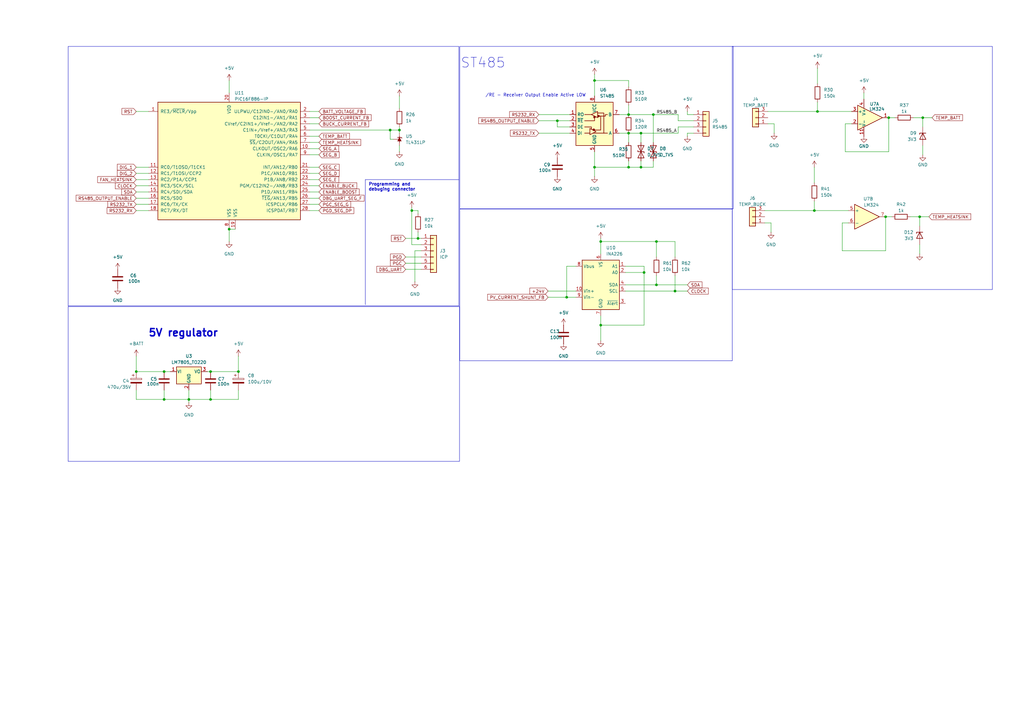
<source format=kicad_sch>
(kicad_sch (version 20231120) (generator "eeschema") (generator_version "8.0")
  (paper "A3")
  (junction (at 246.38 133.35))
  (junction (at 269.24 116.84))
  (junction (at 97.79 152.4))
  (junction (at 55.88 152.4))
  (junction (at 363.22 88.9))
  (junction (at 257.81 46.99))
  (junction (at 264.16 111.76))
  (junction (at 168.91 86.36))
  (junction (at 378.46 48.26))
  (junction (at 523.24 116.84))
  (junction (at 262.89 68.58))
  (junction (at 267.97 46.99))
  (junction (at 86.36 163.83))
  (junction (at 163.83 53.34))
  (junction (at 486.41 46.99))
  (junction (at 262.89 54.61))
  (junction (at 67.31 163.83))
  (junction (at 269.24 99.06))
  (junction (at 243.84 68.58))
  (junction (at 257.81 68.58))
  (junction (at 364.49 48.26))
  (junction (at 276.86 119.38))
  (junction (at 335.28 45.72))
  (junction (at 160.02 53.34))
  (junction (at 86.36 152.4))
  (junction (at 257.81 54.61))
  (junction (at 232.41 121.92))
  (junction (at 77.47 163.83))
  (junction (at 93.98 93.98))
  (junction (at 243.84 33.02))
  (junction (at 67.31 152.4))
  (junction (at 334.01 86.36))
  (junction (at 476.25 115.57))
  (junction (at 377.19 88.9))
  (junction (at 228.6 49.53))
  (junction (at 246.38 99.06))
  (junction (at 171.45 97.79))
  (wire (pts (xy 514.35 160.02) (xy 515.62 160.02)))
  (wire (pts (xy 262.89 54.61) (xy 278.13 54.61)))
  (wire (pts (xy 523.24 113.03) (xy 523.24 116.84)))
  (wire (pts (xy 163.83 59.69) (xy 163.83 62.23)))
  (wire (pts (xy 246.38 99.06) (xy 246.38 104.14)))
  (wire (pts (xy 314.96 45.72) (xy 335.28 45.72)))
  (wire (pts (xy 510.54 198.12) (xy 511.81 198.12)))
  (wire (pts (xy 346.71 62.23) (xy 364.49 62.23)))
  (wire (pts (xy 85.09 152.4) (xy 86.36 152.4)))
  (wire (pts (xy 519.43 191.77) (xy 519.43 193.04)))
  (wire (pts (xy 523.24 116.84) (xy 532.13 116.84)))
  (wire (pts (xy 262.89 68.58) (xy 257.81 68.58)))
  (wire (pts (xy 381 88.9) (xy 377.19 88.9)))
  (wire (pts (xy 284.48 52.07) (xy 278.13 52.07)))
  (wire (pts (xy 462.28 196.85) (xy 463.55 196.85)))
  (wire (pts (xy 377.19 104.14) (xy 377.19 100.33)))
  (wire (pts (xy 246.38 99.06) (xy 269.24 99.06)))
  (wire (pts (xy 86.36 163.83) (xy 86.36 160.02)))
  (wire (pts (xy 55.88 163.83) (xy 55.88 160.02)))
  (wire (pts (xy 495.3 58.42) (xy 495.3 60.96)))
  (wire (pts (xy 346.71 50.8) (xy 349.25 50.8)))
  (wire (pts (xy 485.14 127) (xy 485.14 129.54)))
  (wire (pts (xy 345.44 91.44) (xy 347.98 91.44)))
  (wire (pts (xy 506.73 144.78) (xy 508 144.78)))
  (wire (pts (xy 281.94 46.99) (xy 281.94 45.72)))
  (wire (pts (xy 243.84 30.48) (xy 243.84 33.02)))
  (wire (pts (xy 127 76.2) (xy 130.81 76.2)))
  (wire (pts (xy 496.57 144.78) (xy 499.11 144.78)))
  (wire (pts (xy 278.13 52.07) (xy 278.13 54.61)))
  (wire (pts (xy 166.37 107.95) (xy 172.72 107.95)))
  (wire (pts (xy 77.47 163.83) (xy 77.47 165.1)))
  (wire (pts (xy 334.01 68.58) (xy 334.01 74.93)))
  (wire (pts (xy 468.63 127) (xy 468.63 128.27)))
  (wire (pts (xy 236.22 109.22) (xy 232.41 109.22)))
  (wire (pts (xy 171.45 95.25) (xy 171.45 97.79)))
  (wire (pts (xy 228.6 49.53) (xy 233.68 49.53)))
  (wire (pts (xy 363.22 88.9) (xy 365.76 88.9)))
  (wire (pts (xy 171.45 87.63) (xy 171.45 86.36)))
  (wire (pts (xy 55.88 81.28) (xy 60.96 81.28)))
  (wire (pts (xy 476.25 111.76) (xy 476.25 115.57)))
  (wire (pts (xy 532.13 128.27) (xy 532.13 130.81)))
  (wire (pts (xy 97.79 146.05) (xy 97.79 152.4)))
  (wire (pts (xy 519.43 210.82) (xy 519.43 212.09)))
  (wire (pts (xy 477.52 90.17) (xy 478.79 90.17)))
  (wire (pts (xy 469.9 74.93) (xy 471.17 74.93)))
  (wire (pts (xy 86.36 163.83) (xy 97.79 163.83)))
  (wire (pts (xy 364.49 62.23) (xy 364.49 48.26)))
  (wire (pts (xy 276.86 119.38) (xy 281.94 119.38)))
  (wire (pts (xy 317.5 50.8) (xy 317.5 54.61)))
  (wire (pts (xy 459.74 74.93) (xy 462.28 74.93)))
  (wire (pts (xy 97.79 163.83) (xy 97.79 160.02)))
  (wire (pts (xy 172.72 102.87) (xy 170.18 102.87)))
  (wire (pts (xy 257.81 54.61) (xy 262.89 54.61)))
  (wire (pts (xy 515.62 128.27) (xy 515.62 129.54)))
  (wire (pts (xy 220.98 46.99) (xy 233.68 46.99)))
  (wire (pts (xy 55.88 76.2) (xy 60.96 76.2)))
  (wire (pts (xy 55.88 68.58) (xy 60.96 68.58)))
  (wire (pts (xy 354.33 38.1) (xy 354.33 40.64)))
  (wire (pts (xy 281.94 55.88) (xy 281.94 54.61)))
  (wire (pts (xy 476.25 158.75) (xy 477.52 158.75)))
  (wire (pts (xy 281.94 54.61) (xy 284.48 54.61)))
  (wire (pts (xy 276.86 99.06) (xy 276.86 105.41)))
  (wire (pts (xy 485.14 137.16) (xy 485.14 153.67)))
  (wire (pts (xy 316.23 91.44) (xy 316.23 95.25)))
  (wire (pts (xy 246.38 133.35) (xy 246.38 139.7)))
  (wire (pts (xy 127 50.8) (xy 130.81 50.8)))
  (wire (pts (xy 93.98 93.98) (xy 93.98 99.06)))
  (wire (pts (xy 93.98 93.98) (xy 96.52 93.98)))
  (wire (pts (xy 459.74 143.51) (xy 461.01 143.51)))
  (wire (pts (xy 515.62 137.16) (xy 515.62 139.7)))
  (wire (pts (xy 163.83 53.34) (xy 163.83 54.61)))
  (wire (pts (xy 373.38 88.9) (xy 377.19 88.9)))
  (wire (pts (xy 256.54 119.38) (xy 276.86 119.38)))
  (wire (pts (xy 220.98 54.61) (xy 233.68 54.61)))
  (wire (pts (xy 495.3 68.58) (xy 495.3 85.09)))
  (wire (pts (xy 515.62 116.84) (xy 515.62 120.65)))
  (wire (pts (xy 519.43 219.71) (xy 519.43 220.98)))
  (wire (pts (xy 69.85 152.4) (xy 67.31 152.4)))
  (wire (pts (xy 163.83 52.07) (xy 163.83 53.34)))
  (wire (pts (xy 378.46 48.26) (xy 378.46 52.07)))
  (wire (pts (xy 243.84 62.23) (xy 243.84 68.58)))
  (wire (pts (xy 160.02 57.15) (xy 160.02 53.34)))
  (wire (pts (xy 161.29 57.15) (xy 160.02 57.15)))
  (wire (pts (xy 335.28 27.94) (xy 335.28 34.29)))
  (wire (pts (xy 243.84 33.02) (xy 243.84 39.37)))
  (wire (pts (xy 313.69 86.36) (xy 334.01 86.36)))
  (wire (pts (xy 130.81 81.28) (xy 127 81.28)))
  (wire (pts (xy 314.96 50.8) (xy 317.5 50.8)))
  (wire (pts (xy 55.88 73.66) (xy 60.96 73.66)))
  (wire (pts (xy 168.91 85.09) (xy 168.91 86.36)))
  (wire (pts (xy 166.37 110.49) (xy 172.72 110.49)))
  (wire (pts (xy 256.54 111.76) (xy 264.16 111.76)))
  (wire (pts (xy 55.88 78.74) (xy 60.96 78.74)))
  (wire (pts (xy 130.81 60.96) (xy 127 60.96)))
  (wire (pts (xy 170.18 102.87) (xy 170.18 115.57)))
  (wire (pts (xy 130.81 78.74) (xy 127 78.74)))
  (wire (pts (xy 228.6 52.07) (xy 228.6 49.53)))
  (wire (pts (xy 246.38 133.35) (xy 264.16 133.35)))
  (wire (pts (xy 267.97 68.58) (xy 262.89 68.58)))
  (wire (pts (xy 335.28 45.72) (xy 335.28 41.91)))
  (wire (pts (xy 257.81 68.58) (xy 243.84 68.58)))
  (wire (pts (xy 130.81 86.36) (xy 127 86.36)))
  (wire (pts (xy 262.89 66.04) (xy 262.89 68.58)))
  (wire (pts (xy 349.25 45.72) (xy 335.28 45.72)))
  (wire (pts (xy 86.36 152.4) (xy 97.79 152.4)))
  (wire (pts (xy 160.02 53.34) (xy 163.83 53.34)))
  (wire (pts (xy 480.06 201.93) (xy 480.06 203.2)))
  (wire (pts (xy 486.41 43.18) (xy 486.41 46.99)))
  (wire (pts (xy 480.06 210.82) (xy 480.06 212.09)))
  (wire (pts (xy 347.98 86.36) (xy 334.01 86.36)))
  (wire (pts (xy 257.81 54.61) (xy 257.81 58.42)))
  (wire (pts (xy 77.47 163.83) (xy 86.36 163.83)))
  (wire (pts (xy 257.81 33.02) (xy 243.84 33.02)))
  (wire (pts (xy 257.81 46.99) (xy 267.97 46.99)))
  (wire (pts (xy 220.98 49.53) (xy 228.6 49.53)))
  (wire (pts (xy 364.49 48.26) (xy 367.03 48.26)))
  (wire (pts (xy 55.88 71.12) (xy 60.96 71.12)))
  (wire (pts (xy 67.31 152.4) (xy 55.88 152.4)))
  (wire (pts (xy 478.79 58.42) (xy 478.79 59.69)))
  (wire (pts (xy 264.16 111.76) (xy 264.16 109.22)))
  (wire (pts (xy 523.24 160.02) (xy 524.51 160.02)))
  (wire (pts (xy 345.44 91.44) (xy 345.44 102.87)))
  (wire (pts (xy 67.31 163.83) (xy 77.47 163.83)))
  (wire (pts (xy 55.88 45.72) (xy 60.96 45.72)))
  (wire (pts (xy 468.63 115.57) (xy 476.25 115.57)))
  (wire (pts (xy 374.65 48.26) (xy 378.46 48.26)))
  (wire (pts (xy 478.79 46.99) (xy 486.41 46.99)))
  (wire (pts (xy 284.48 49.53) (xy 278.13 49.53)))
  (wire (pts (xy 130.81 73.66) (xy 127 73.66)))
  (wire (pts (xy 267.97 66.04) (xy 267.97 68.58)))
  (wire (pts (xy 224.79 121.92) (xy 232.41 121.92)))
  (wire (pts (xy 264.16 133.35) (xy 264.16 111.76)))
  (wire (pts (xy 233.68 52.07) (xy 228.6 52.07)))
  (wire (pts (xy 257.81 35.56) (xy 257.81 33.02)))
  (wire (pts (xy 130.81 83.82) (xy 127 83.82)))
  (wire (pts (xy 468.63 135.89) (xy 468.63 138.43)))
  (wire (pts (xy 267.97 46.99) (xy 278.13 46.99)))
  (wire (pts (xy 313.69 91.44) (xy 316.23 91.44)))
  (wire (pts (xy 480.06 219.71) (xy 480.06 220.98)))
  (wire (pts (xy 532.13 116.84) (xy 532.13 120.65)))
  (wire (pts (xy 468.63 115.57) (xy 468.63 119.38)))
  (wire (pts (xy 130.81 58.42) (xy 127 58.42)))
  (wire (pts (xy 278.13 49.53) (xy 278.13 46.99)))
  (wire (pts (xy 67.31 163.83) (xy 55.88 163.83)))
  (wire (pts (xy 172.72 100.33) (xy 168.91 100.33)))
  (wire (pts (xy 486.41 46.99) (xy 495.3 46.99)))
  (wire (pts (xy 224.79 119.38) (xy 236.22 119.38)))
  (wire (pts (xy 130.81 71.12) (xy 127 71.12)))
  (wire (pts (xy 168.91 86.36) (xy 171.45 86.36)))
  (wire (pts (xy 495.3 46.99) (xy 495.3 50.8)))
  (wire (pts (xy 256.54 116.84) (xy 269.24 116.84)))
  (wire (pts (xy 127 53.34) (xy 160.02 53.34)))
  (wire (pts (xy 334.01 86.36) (xy 334.01 82.55)))
  (wire (pts (xy 476.25 115.57) (xy 485.14 115.57)))
  (wire (pts (xy 269.24 99.06) (xy 269.24 105.41)))
  (polyline (pts (xy 149.86 73.66) (xy 149.86 124.968)))
  (wire (pts (xy 264.16 109.22) (xy 256.54 109.22)))
  (wire (pts (xy 130.81 68.58) (xy 127 68.58)))
  (wire (pts (xy 262.89 54.61) (xy 262.89 58.42)))
  (wire (pts (xy 478.79 46.99) (xy 478.79 50.8)))
  (wire (pts (xy 471.17 196.85) (xy 472.44 196.85)))
  (wire (pts (xy 171.45 97.79) (xy 172.72 97.79)))
  (wire (pts (xy 382.27 48.26) (xy 378.46 48.26)))
  (wire (pts (xy 269.24 99.06) (xy 276.86 99.06)))
  (wire (pts (xy 166.37 105.41) (xy 172.72 105.41)))
  (wire (pts (xy 55.88 146.05) (xy 55.88 152.4)))
  (wire (pts (xy 55.88 83.82) (xy 60.96 83.82)))
  (wire (pts (xy 67.31 160.02) (xy 67.31 163.83)))
  (wire (pts (xy 254 54.61) (xy 257.81 54.61)))
  (wire (pts (xy 130.81 63.5) (xy 127 63.5)))
  (wire (pts (xy 257.81 66.04) (xy 257.81 68.58)))
  (wire (pts (xy 485.14 115.57) (xy 485.14 119.38)))
  (wire (pts (xy 532.13 138.43) (xy 532.13 154.94)))
  (wire (pts (xy 254 46.99) (xy 257.81 46.99)))
  (wire (pts (xy 449.58 143.51) (xy 452.12 143.51)))
  (wire (pts (xy 168.91 86.36) (xy 168.91 100.33)))
  (wire (pts (xy 77.47 160.02) (xy 77.47 163.83)))
  (wire (pts (xy 166.37 97.79) (xy 171.45 97.79)))
  (wire (pts (xy 363.22 102.87) (xy 363.22 88.9)))
  (wire (pts (xy 346.71 50.8) (xy 346.71 62.23)))
  (wire (pts (xy 246.38 129.54) (xy 246.38 133.35)))
  (wire (pts (xy 127 55.88) (xy 130.81 55.88)))
  (wire (pts (xy 501.65 198.12) (xy 502.92 198.12)))
  (wire (pts (xy 267.97 46.99) (xy 267.97 58.42)))
  (wire (pts (xy 269.24 113.03) (xy 269.24 116.84)))
  (wire (pts (xy 478.79 67.31) (xy 478.79 69.85)))
  (wire (pts (xy 127 48.26) (xy 130.81 48.26)))
  (wire (pts (xy 257.81 43.18) (xy 257.81 46.99)))
  (wire (pts (xy 377.19 88.9) (xy 377.19 92.71)))
  (wire (pts (xy 345.44 102.87) (xy 363.22 102.87)))
  (wire (pts (xy 378.46 63.5) (xy 378.46 59.69)))
  (wire (pts (xy 232.41 121.92) (xy 236.22 121.92)))
  (wire (pts (xy 467.36 158.75) (xy 468.63 158.75)))
  (wire (pts (xy 276.86 113.03) (xy 276.86 119.38)))
  (wire (pts (xy 163.83 39.37) (xy 163.83 44.45)))
  (wire (pts (xy 243.84 68.58) (xy 243.84 72.39)))
  (wire (pts (xy 486.41 90.17) (xy 487.68 90.17)))
  (wire (pts (xy 232.41 109.22) (xy 232.41 121.92)))
  (wire (pts (xy 55.88 86.36) (xy 60.96 86.36)))
  (wire (pts (xy 269.24 116.84) (xy 281.94 116.84)))
  (wire (pts (xy 93.98 33.02) (xy 93.98 38.1)))
  (wire (pts (xy 246.38 97.79) (xy 246.38 99.06)))
  (polyline (pts (xy 188.214 73.66) (xy 149.86 73.66)))
  (wire (pts (xy 515.62 116.84) (xy 523.24 116.84)))
  (wire (pts (xy 127 45.72) (xy 130.81 45.72)))
  (wire (pts (xy 284.48 46.99) (xy 281.94 46.99)))
  (rectangle (start 432.435 34.925) (end 507.365 102.235))
  (rectangle (start 27.94 19.05) (end 188.214 125.476))
  (rectangle (start 188.595 19.05) (end 300.736 85.598))
  (rectangle (start 433.07 179.07) (end 546.1 232.41))
  (rectangle (start 27.94 125.73) (end 188.468 189.23))
  (rectangle (start 300.355 19.05) (end 407.035 118.745))
  (rectangle (start 432.816 102.108) (end 545.846 178.816))
  (rectangle (start 188.595 85.725) (end 300.355 147.955))
  (text "5V regulator" (at 75.184 136.652 0) (effects (font (size 3 3) (thickness 0.6) (bold yes))))
  (text "STATUS DIODES" (at 452.628 107.188 0) (effects (font (size 3 3))))
  (text "TX/RX RS485 DIODES" (at 451.104 183.642 0) (effects (font (size 2 2) (thickness 0.4) (bold yes))))
  (text "Programming and\ndebuging connector" (at 151.13 76.708 0) (effects (font (size 1.27 1.27) (bold yes)) (justify left)))
  (text "BUCK/BOOST\nENABLE DIODES" (at 432.816 53.086 0) (effects (font (size 2 2) (thickness 0.4) (bold yes)) (justify left)))
  (text "/RE - Receiver Output Enable Active LOW" (at 219.71 39.116 0) (effects (font (size 1.27 1.27))))
  (text "ST485" (at 198.12 25.908 0) (effects (font (size 4 4))))
  (label "RS485_B" (at 269.24 46.99 0))
  (label "RS485_A" (at 269.24 54.61 0))
  (global_label "RS232_TX" (shape input) (at 55.88 83.82 180) (property "Intersheetrefs" "${INTERSHEET_REFS}" (effects (hide yes))))
  (global_label "RS485_OUTPUT_ENABLE" (shape input) (at 55.88 81.28 180) (property "Intersheetrefs" "${INTERSHEET_REFS}" (effects (hide yes))))
  (global_label "RS232_RX" (shape input) (at 55.88 86.36 180) (property "Intersheetrefs" "${INTERSHEET_REFS}" (effects (hide yes))))
  (global_label "SEG_E" (shape input) (at 130.81 73.66 0) (property "Intersheetrefs" "${INTERSHEET_REFS}" (effects (hide yes))))
  (global_label "TEMP_BATT" (shape input) (at 382.27 48.26 0) (property "Intersheetrefs" "${INTERSHEET_REFS}" (effects (hide yes))))
  (global_label "RS232_TX" (shape input) (at 220.98 54.61 180) (property "Intersheetrefs" "${INTERSHEET_REFS}" (effects (hide yes))))
  (global_label "DBG_UART" (shape input) (at 166.37 110.49 180) (property "Intersheetrefs" "${INTERSHEET_REFS}" (effects (hide yes))))
  (global_label "+24V" (shape input) (at 224.79 119.38 180) (property "Intersheetrefs" "${INTERSHEET_REFS}" (effects (hide yes))))
  (global_label "PV_CURRENT_SHUNT_FB" (shape input) (at 224.79 121.92 180) (property "Intersheetrefs" "${INTERSHEET_REFS}" (effects (hide yes))))
  (global_label "ENABLE_BOOST" (shape input) (at 130.81 78.74 0) (property "Intersheetrefs" "${INTERSHEET_REFS}" (effects (hide yes))))
  (global_label "PGC" (shape input) (at 496.57 144.78 180) (property "Intersheetrefs" "${INTERSHEET_REFS}" (effects (hide yes))))
  (global_label "RS485_OUTPUT_ENABLE" (shape input) (at 220.98 49.53 180) (property "Intersheetrefs" "${INTERSHEET_REFS}" (effects (hide yes))))
  (global_label "PGC_SEG_G" (shape input) (at 130.81 83.82 0) (property "Intersheetrefs" "${INTERSHEET_REFS}" (effects (hide yes))))
  (global_label "DBG_UART" (shape input) (at 449.58 143.51 180) (property "Intersheetrefs" "${INTERSHEET_REFS}" (effects (hide yes))))
  (global_label "SEG_B" (shape input) (at 130.81 63.5 0) (property "Intersheetrefs" "${INTERSHEET_REFS}" (effects (hide yes))))
  (global_label "RST" (shape input) (at 166.37 97.79 180) (property "Intersheetrefs" "${INTERSHEET_REFS}" (effects (hide yes))))
  (global_label "SEG_C" (shape input) (at 130.81 68.58 0) (property "Intersheetrefs" "${INTERSHEET_REFS}" (effects (hide yes))))
  (global_label "FAN_HEATSINK" (shape input) (at 55.88 73.66 180) (property "Intersheetrefs" "${INTERSHEET_REFS}" (effects (hide yes))))
  (global_label "ENABLE_BUCK" (shape input) (at 477.52 90.17 180) (property "Intersheetrefs" "${INTERSHEET_REFS}" (effects (hide yes))))
  (global_label "TEMP_BATT" (shape input) (at 130.81 55.88 0) (property "Intersheetrefs" "${INTERSHEET_REFS}" (effects (hide yes))))
  (global_label "SEG_D" (shape input) (at 130.81 71.12 0) (property "Intersheetrefs" "${INTERSHEET_REFS}" (effects (hide yes))))
  (global_label "DIG_2" (shape input) (at 55.88 71.12 180) (property "Intersheetrefs" "${INTERSHEET_REFS}" (effects (hide yes))))
  (global_label "SDA" (shape input) (at 55.88 78.74 180) (property "Intersheetrefs" "${INTERSHEET_REFS}" (effects (hide yes))))
  (global_label "CLOCK" (shape input) (at 55.88 76.2 180) (property "Intersheetrefs" "${INTERSHEET_REFS}" (effects (hide yes))))
  (global_label "SEG_A" (shape input) (at 130.81 60.96 0) (property "Intersheetrefs" "${INTERSHEET_REFS}" (effects (hide yes))))
  (global_label "BOOST_CURRENT_FB" (shape input) (at 130.81 48.26 0) (property "Intersheetrefs" "${INTERSHEET_REFS}" (effects (hide yes))))
  (global_label "ENABLE_BUCK" (shape input) (at 130.81 76.2 0) (property "Intersheetrefs" "${INTERSHEET_REFS}" (effects (hide yes))))
  (global_label "PGD_SEG_DP" (shape input) (at 130.81 86.36 0) (property "Intersheetrefs" "${INTERSHEET_REFS}" (effects (hide yes))))
  (global_label "PGC" (shape input) (at 166.37 107.95 180) (property "Intersheetrefs" "${INTERSHEET_REFS}" (effects (hide yes))))
  (global_label "DBG_UART_SEG_F" (shape input) (at 130.81 81.28 0) (property "Intersheetrefs" "${INTERSHEET_REFS}" (effects (hide yes))))
  (global_label "PGD" (shape input) (at 514.35 160.02 180) (property "Intersheetrefs" "${INTERSHEET_REFS}" (effects (hide yes))))
  (global_label "BUCK_CURRENT_FB" (shape input) (at 130.81 50.8 0) (property "Intersheetrefs" "${INTERSHEET_REFS}" (effects (hide yes))))
  (global_label "CLOCK" (shape input) (at 281.94 119.38 0) (property "Intersheetrefs" "${INTERSHEET_REFS}" (effects (hide yes))))
  (global_label "DIG_1" (shape input) (at 55.88 68.58 180) (property "Intersheetrefs" "${INTERSHEET_REFS}" (effects (hide yes))))
  (global_label "PGD" (shape input) (at 166.37 105.41 180) (property "Intersheetrefs" "${INTERSHEET_REFS}" (effects (hide yes))))
  (global_label "ENABLE_BOOST" (shape input) (at 459.74 74.93 180) (property "Intersheetrefs" "${INTERSHEET_REFS}" (effects (hide yes))))
  (global_label "TEMP_HEATSINK" (shape input) (at 381 88.9 0) (property "Intersheetrefs" "${INTERSHEET_REFS}" (effects (hide yes))))
  (global_label "TEMP_HEATSINK" (shape input) (at 130.81 58.42 0) (property "Intersheetrefs" "${INTERSHEET_REFS}" (effects (hide yes))))
  (global_label "BATT_VOLTAGE_FB" (shape input) (at 130.81 45.72 0) (property "Intersheetrefs" "${INTERSHEET_REFS}" (effects (hide yes))))
  (global_label "RS232_RX" (shape input) (at 220.98 46.99 180) (property "Intersheetrefs" "${INTERSHEET_REFS}" (effects (hide yes))))
  (global_label "SDA" (shape input) (at 281.94 116.84 0) (property "Intersheetrefs" "${INTERSHEET_REFS}" (effects (hide yes))))
  (global_label "RS232_RX" (shape input) (at 462.28 196.85 180) (property "Intersheetrefs" "${INTERSHEET_REFS}" (effects (hide yes))))
  (global_label "RST" (shape input) (at 55.88 45.72 180) (property "Intersheetrefs" "${INTERSHEET_REFS}" (effects (hide yes))))
  (global_label "RS232_TX" (shape input) (at 501.65 198.12 180) (property "Intersheetrefs" "${INTERSHEET_REFS}" (effects (hide yes))))
  (symbol (lib_id "power:+5V") (at 168.91 85.09 0) (unit 1)
    (property "Reference" "#PWR017" (effects (hide yes)))
    (property "Value" "+5V" (at 168.91 80.01 0))
    (property "Description" "Power symbol creates a global label with name \"+5V\"" (effects (hide yes)))
  )
  (symbol (lib_id "Device:C") (at 231.14 137.16 0) (unit 1)
    (property "Reference" "C13" (at 225.552 135.89 0) (effects (justify left)))
    (property "Value" "100n" (at 225.552 138.43 0) (effects (justify left)))
    (property "Footprint" "Resistor_SMD:R_0805_2012Metric_Pad1.20x1.40mm_HandSolder" (effects (hide yes)))
    (property "Description" "Unpolarized capacitor" (effects (hide yes)))
  )
  (symbol (lib_id "Interface_UART:ST485EBDR") (at 243.84 49.53 0) (unit 1)
    (property "Reference" "U6" (at 246.0341 36.83 0) (effects (justify left)))
    (property "Value" "ST485" (at 246.0341 39.37 0) (effects (justify left)))
    (property "Footprint" "Package_SO:SOIC-8_3.9x4.9mm_P1.27mm" (effects (hide yes)))
    (property "Datasheet" "http://www.st.com/resource/en/datasheet/st485eb.pdf" (effects (hide yes)))
    (property "Description" "Half duplex RS-485/RS-422, 5 Mbps, ±15kV electro-static discharge (ESD) protection, no slew-rate, with low-power shutdown, with receiver/driver enable, 256 transceiver on the bus - 40 to 85 °C, SOIC-8" (effects (hide yes)))
  )
  (symbol (lib_id "power:GND") (at 243.84 72.39 0) (unit 1)
    (property "Reference" "#PWR027" (effects (hide yes)))
    (property "Value" "GND" (at 243.84 77.47 0))
    (property "Description" "Power symbol creates a global label with name \"GND\" , ground" (effects (hide yes)))
  )
  (symbol (lib_id "Regulator_Linear:LM7805_TO220") (at 77.47 152.4 0) (unit 1)
    (property "Reference" "U3" (at 77.47 146.05 0))
    (property "Value" "LM7805_TO220" (at 77.47 148.59 0))
    (property "Footprint" "Package_TO_SOT_THT:TO-220-3_Vertical" (effects (hide yes)))
    (property "Datasheet" "https://www.onsemi.cn/PowerSolutions/document/MC7800-D.PDF" (effects (hide yes)))
    (property "Description" "Positive 1A 35V Linear Regulator, Fixed Output 5V, TO-220" (effects (hide yes)))
  )
  (symbol (lib_id "Connector_Generic:Conn_01x04") (at 289.56 49.53 0) (unit 1)
    (property "Reference" "J5" (at 292.1 49.5299 0) (effects (justify left)))
    (property "Value" "RS485" (at 292.1 52.0699 0) (effects (justify left)))
    (property "Footprint" "Connector_PinHeader_2.54mm:PinHeader_1x04_P2.54mm_Vertical" (effects (hide yes)))
    (property "Description" "Generic connector, single row, 01x04, script generated (kicad-library-utils/schlib/autogen/connector/)" (effects (hide yes)))
  )
  (symbol (lib_id "power:+5V") (at 48.26 110.49 0) (unit 1)
    (property "Reference" "#PWR010" (effects (hide yes)))
    (property "Value" "+5V" (at 48.26 105.41 0))
    (property "Description" "Power symbol creates a global label with name \"+5V\"" (effects (hide yes)))
  )
  (symbol (lib_id "Amplifier_Operational:LM324") (at 356.87 48.26 0) (unit 5)
    (property "Reference" "U7" (effects (hide yes)))
    (property "Value" "LM324" (effects (hide yes)))
    (property "Footprint" "Package_SO:SOIC-14_3.9x8.7mm_P1.27mm" (effects (hide yes)))
    (property "Datasheet" "http://www.ti.com/lit/ds/symlink/lm2902-n.pdf" (effects (hide yes)))
    (property "Description" "Low-Power, Quad-Operational Amplifiers, DIP-14/SOIC-14/SSOP-14" (effects (hide yes)))
  )
  (symbol (lib_id "Device:R") (at 502.92 144.78 270) (unit 1)
    (property "Reference" "R36" (at 504.698 147.066 90) (effects (justify right)))
    (property "Value" "10K" (at 504.952 148.844 90) (effects (justify right)))
    (property "Footprint" "Resistor_SMD:R_0805_2012Metric_Pad1.20x1.40mm_HandSolder" (effects (hide yes)))
    (property "Description" "Resistor" (effects (hide yes)))
  )
  (symbol (lib_id "Connector_Generic:Conn_01x03") (at 309.88 48.26 180) (unit 1)
    (property "Reference" "J4" (at 309.88 40.64 0))
    (property "Value" "TEMP_BATT" (at 309.88 43.18 0))
    (property "Footprint" "Connector_JST:JST_EH_B3B-EH-A_1x03_P2.50mm_Vertical" (effects (hide yes)))
    (property "Description" "Generic connector, single row, 01x03, script generated (kicad-library-utils/schlib/autogen/connector/)" (effects (hide yes)))
  )
  (symbol (lib_id "power:GND") (at 163.83 62.23 0) (unit 1)
    (property "Reference" "#PWR016" (effects (hide yes)))
    (property "Value" "GND" (at 163.83 67.31 0))
    (property "Description" "Power symbol creates a global label with name \"GND\" , ground" (effects (hide yes)))
  )
  (symbol (lib_id "Device:R") (at 163.83 48.26 180) (unit 1)
    (property "Reference" "R26" (at 166.37 46.9899 0) (effects (justify right)))
    (property "Value" "1k" (at 166.37 49.5299 0) (effects (justify right)))
    (property "Footprint" "Resistor_SMD:R_0805_2012Metric" (effects (hide yes)))
    (property "Description" "Resistor" (effects (hide yes)))
  )
  (symbol (lib_id "Device:R") (at 466.09 74.93 270) (unit 1)
    (property "Reference" "R69" (at 467.868 77.216 90) (effects (justify right)))
    (property "Value" "10K" (at 468.122 78.994 90) (effects (justify right)))
    (property "Footprint" "Resistor_SMD:R_0805_2012Metric_Pad1.20x1.40mm_HandSolder" (effects (hide yes)))
    (property "Description" "Resistor" (effects (hide yes)))
  )
  (symbol (lib_id "power:+5V") (at 519.43 191.77 0) (unit 1)
    (property "Reference" "#PWR056" (effects (hide yes)))
    (property "Value" "+5V" (at 519.43 186.69 0))
    (property "Description" "Power symbol creates a global label with name \"+5V\"" (effects (hide yes)))
  )
  (symbol (lib_id "power:GND") (at 532.13 165.1 0) (unit 1)
    (property "Reference" "#PWR035" (effects (hide yes)))
    (property "Value" "GND" (at 532.13 170.18 0))
    (property "Description" "Power symbol creates a global label with name \"GND\" , ground" (effects (hide yes)))
  )
  (symbol (lib_id "Transistor_BJT:BC817") (at 513.08 144.78 0) (unit 1)
    (property "Reference" "Q7" (at 509.016 138.938 0) (effects (justify left)))
    (property "Value" "BC817" (at 506.73 141.224 0) (effects (justify left)))
    (property "Footprint" "Package_TO_SOT_SMD:SOT-23" (effects (hide yes)))
    (property "Datasheet" "http://www.fairchildsemi.com/ds/BC/BC817.pdf" (effects (hide yes)))
  )
  (symbol (lib_id "Device:C_Polarized") (at 55.88 156.21 0) (unit 1)
    (property "Reference" "C4" (at 50.292 156.21 0) (effects (justify left)))
    (property "Value" "470u/35V" (at 43.942 158.75 0) (effects (justify left)))
    (property "Description" "Polarized capacitor" (effects (hide yes)))
  )
  (symbol (lib_id "Device:R") (at 472.44 158.75 270) (unit 1)
    (property "Reference" "R31" (at 474.218 160.782 90) (effects (justify right)))
    (property "Value" "10K" (at 474.472 162.814 90) (effects (justify right)))
    (property "Footprint" "Resistor_SMD:R_0805_2012Metric_Pad1.20x1.40mm_HandSolder" (effects (hide yes)))
    (property "Description" "Resistor" (effects (hide yes)))
  )
  (symbol (lib_id "power:+5V") (at 93.98 33.02 0) (unit 1)
    (property "Reference" "#PWR012" (effects (hide yes)))
    (property "Value" "+5V" (at 93.98 27.94 0))
    (property "Description" "Power symbol creates a global label with name \"+5V\"" (effects (hide yes)))
  )
  (symbol (lib_id "power:GND") (at 515.62 149.86 0) (unit 1)
    (property "Reference" "#PWR031" (effects (hide yes)))
    (property "Value" "GND" (at 515.62 154.94 0))
    (property "Description" "Power symbol creates a global label with name \"GND\" , ground" (effects (hide yes)))
  )
  (symbol (lib_id "Device:LED") (at 495.3 54.61 270) (unit 1)
    (property "Reference" "D22" (at 497.84 51.7524 90) (effects (justify left)))
    (property "Value" "LED" (at 497.84 54.2924 90) (effects (justify left)))
    (property "Footprint" "LED_THT:LED_D5.0mm" (effects (hide yes)))
    (property "Description" "Light emitting diode" (effects (hide yes)))
  )
  (symbol (lib_id "Transistor_BJT:BC807") (at 516.89 198.12 0) (mirror x) (unit 1)
    (property "Reference" "Q16" (at 521.97 196.8499 0) (effects (justify left)))
    (property "Value" "BC807" (at 521.97 199.3899 0) (effects (justify left)))
    (property "Footprint" "Package_TO_SOT_SMD:SOT-23" (effects (hide yes)))
    (property "Datasheet" "https://www.onsemi.com/pub/Collateral/BC808-D.pdf" (effects (hide yes)))
    (property "Description" "0.8A Ic, 45V Vce, PNP Transistor, SOT-23" (effects (hide yes)))
  )
  (symbol (lib_id "power:+5V") (at 281.94 45.72 0) (unit 1)
    (property "Reference" "#PWR033" (effects (hide yes)))
    (property "Value" "+5V" (at 281.94 40.64 0))
    (property "Description" "Power symbol creates a global label with name \"+5V\"" (effects (hide yes)))
  )
  (symbol (lib_id "Device:R") (at 485.14 133.35 180) (unit 1)
    (property "Reference" "R32" (at 486.664 132.334 0) (effects (justify right)))
    (property "Value" "220R" (at 486.664 134.112 0) (effects (justify right)))
    (property "Footprint" "Resistor_SMD:R_0805_2012Metric_Pad1.20x1.40mm_HandSolder" (effects (hide yes)))
    (property "Description" "Resistor" (effects (hide yes)))
  )
  (symbol (lib_id "Device:R") (at 515.62 133.35 180) (unit 1)
    (property "Reference" "R38" (at 517.144 132.334 0) (effects (justify right)))
    (property "Value" "220R" (at 517.144 134.112 0) (effects (justify right)))
    (property "Footprint" "Resistor_SMD:R_0805_2012Metric_Pad1.20x1.40mm_HandSolder" (effects (hide yes)))
    (property "Description" "Resistor" (effects (hide yes)))
  )
  (symbol (lib_id "power:GND") (at 317.5 54.61 0) (unit 1)
    (property "Reference" "#PWR019" (effects (hide yes)))
    (property "Value" "GND" (at 317.5 59.69 0))
    (property "Description" "Power symbol creates a global label with name \"GND\" , ground" (effects (hide yes)))
  )
  (symbol (lib_id "Transistor_BJT:BC817") (at 466.09 143.51 0) (unit 1)
    (property "Reference" "Q5" (at 462.026 137.668 0) (effects (justify left)))
    (property "Value" "BC817" (at 459.74 139.954 0) (effects (justify left)))
    (property "Footprint" "Package_TO_SOT_SMD:SOT-23" (effects (hide yes)))
    (property "Datasheet" "http://www.fairchildsemi.com/ds/BC/BC817.pdf" (effects (hide yes)))
  )
  (symbol (lib_id "power:+5V") (at 354.33 38.1 0) (unit 1)
    (property "Reference" "#PWR028" (effects (hide yes)))
    (property "Value" "+5V" (at 354.33 33.02 0))
    (property "Description" "Power symbol creates a global label with name \"+5V\"" (effects (hide yes)))
  )
  (symbol (lib_id "power:+5V") (at 334.01 68.58 0) (unit 1)
    (property "Reference" "#PWR040" (effects (hide yes)))
    (property "Value" "+5V" (at 334.01 63.5 0))
    (property "Description" "Power symbol creates a global label with name \"+5V\"" (effects (hide yes)))
  )
  (symbol (lib_id "power:GND") (at 170.18 115.57 0) (unit 1)
    (property "Reference" "#PWR018" (effects (hide yes)))
    (property "Value" "GND" (at 170.18 120.65 0))
    (property "Description" "Power symbol creates a global label with name \"GND\" , ground" (effects (hide yes)))
  )
  (symbol (lib_id "Device:R") (at 455.93 143.51 270) (unit 1)
    (property "Reference" "R28" (at 457.708 145.796 90) (effects (justify right)))
    (property "Value" "10K" (at 457.962 147.574 90) (effects (justify right)))
    (property "Footprint" "Resistor_SMD:R_0805_2012Metric_Pad1.20x1.40mm_HandSolder" (effects (hide yes)))
    (property "Description" "Resistor" (effects (hide yes)))
  )
  (symbol (lib_id "power:GND") (at 48.26 118.11 0) (unit 1)
    (property "Reference" "#PWR011" (effects (hide yes)))
    (property "Value" "GND" (at 48.26 123.19 0))
    (property "Description" "Power symbol creates a global label with name \"GND\" , ground" (effects (hide yes)))
  )
  (symbol (lib_id "power:GND") (at 316.23 95.25 0) (unit 1)
    (property "Reference" "#PWR039" (effects (hide yes)))
    (property "Value" "GND" (at 316.23 100.33 0))
    (property "Description" "Power symbol creates a global label with name \"GND\" , ground" (effects (hide yes)))
  )
  (symbol (lib_id "Device:C") (at 86.36 156.21 0) (unit 1)
    (property "Reference" "C7" (at 89.408 155.448 0) (effects (justify left)))
    (property "Value" "100n" (at 89.154 157.48 0) (effects (justify left)))
    (property "Footprint" "Capacitor_SMD:C_0805_2012Metric_Pad1.18x1.45mm_HandSolder" (effects (hide yes)))
    (property "Description" "Unpolarized capacitor" (effects (hide yes)))
  )
  (symbol (lib_id "Device:LED") (at 519.43 207.01 90) (unit 1)
    (property "Reference" "D20" (at 523.24 207.3274 90) (effects (justify right)))
    (property "Value" "LED" (at 523.24 209.8674 90) (effects (justify right)))
    (property "Footprint" "LED_THT:LED_D5.0mm" (effects (hide yes)))
    (property "Description" "Light emitting diode" (effects (hide yes)))
  )
  (symbol (lib_id "Transistor_BJT:BC817") (at 529.59 160.02 0) (unit 1)
    (property "Reference" "Q8" (at 525.526 154.178 0) (effects (justify left)))
    (property "Value" "BC817" (at 523.24 156.464 0) (effects (justify left)))
    (property "Footprint" "Package_TO_SOT_SMD:SOT-23" (effects (hide yes)))
    (property "Datasheet" "http://www.fairchildsemi.com/ds/BC/BC817.pdf" (effects (hide yes)))
  )
  (symbol (lib_id "Device:D_Zener") (at 377.19 96.52 90) (mirror x) (unit 1)
    (property "Reference" "D12" (at 374.65 95.2499 90) (effects (justify left)))
    (property "Value" "3V3" (at 374.65 97.7899 90) (effects (justify left)))
    (property "Footprint" "Diode_SMD:D_MiniMELF" (effects (hide yes)))
    (property "Description" "Zener diode" (effects (hide yes)))
  )
  (symbol (lib_id "Device:D_Zener") (at 378.46 55.88 90) (mirror x) (unit 1)
    (property "Reference" "D9" (at 375.92 54.6099 90) (effects (justify left)))
    (property "Value" "3V3" (at 375.92 57.1499 90) (effects (justify left)))
    (property "Footprint" "Diode_SMD:D_MiniMELF" (effects (hide yes)))
    (property "Description" "Zener diode" (effects (hide yes)))
  )
  (symbol (lib_id "power:+5V") (at 246.38 97.79 0) (unit 1)
    (property "Reference" "#PWR049" (effects (hide yes)))
    (property "Value" "+5V" (at 246.38 92.71 0))
    (property "Description" "Power symbol creates a global label with name \"+5V\"" (effects (hide yes)))
  )
  (symbol (lib_id "Transistor_BJT:BC817") (at 492.76 90.17 0) (unit 1)
    (property "Reference" "Q18" (at 488.696 84.328 0) (effects (justify left)))
    (property "Value" "BC817" (at 486.41 86.614 0) (effects (justify left)))
    (property "Footprint" "Package_TO_SOT_SMD:SOT-23" (effects (hide yes)))
    (property "Datasheet" "http://www.fairchildsemi.com/ds/BC/BC817.pdf" (effects (hide yes)))
  )
  (symbol (lib_id "power:+5V") (at 228.6 64.77 0) (unit 1)
    (property "Reference" "#PWR022" (effects (hide yes)))
    (property "Value" "+5V" (at 228.6 59.69 0))
    (property "Description" "Power symbol creates a global label with name \"+5V\"" (effects (hide yes)))
  )
  (symbol (lib_id "Sensor_Energy:INA226") (at 246.38 116.84 0) (unit 1)
    (property "Reference" "U10" (at 248.5741 101.6 0) (effects (justify left)))
    (property "Value" "INA226" (at 248.5741 104.14 0) (effects (justify left)))
    (property "Footprint" "Package_SO:VSSOP-10_3x3mm_P0.5mm" (effects (hide yes)))
    (property "Datasheet" "http://www.ti.com/lit/ds/symlink/ina226.pdf" (effects (hide yes)))
    (property "Description" "High-Side or Low-Side Measurement, Bi-Directional Current and Power Monitor (0-36V) with I2C Compatible Interface, VSSOP-10" (effects (hide yes)))
  )
  (symbol (lib_id "Device:R") (at 257.81 39.37 0) (unit 1)
    (property "Reference" "R33" (at 260.35 38.0999 0) (effects (justify left)))
    (property "Value" "510R" (at 260.35 40.6399 0) (effects (justify left)))
    (property "Footprint" "Resistor_SMD:R_0805_2012Metric_Pad1.20x1.40mm_HandSolder" (effects (hide yes)))
    (property "Description" "Resistor" (effects (hide yes)))
  )
  (symbol (lib_id "Device:C") (at 67.31 156.21 0) (unit 1)
    (property "Reference" "C5" (at 61.722 155.448 0) (effects (justify left)))
    (property "Value" "100n" (at 60.198 157.48 0) (effects (justify left)))
    (property "Footprint" "Capacitor_SMD:C_0805_2012Metric_Pad1.18x1.45mm_HandSolder" (effects (hide yes)))
    (property "Description" "Unpolarized capacitor" (effects (hide yes)))
  )
  (symbol (lib_id "Reference_Voltage:TL431LP") (at 163.83 57.15 90) (unit 1)
    (property "Reference" "U5" (at 166.37 55.8799 90) (effects (justify right)))
    (property "Value" "TL431LP" (at 166.37 58.4199 90) (effects (justify right)))
    (property "Footprint" "Package_TO_SOT_THT:TO-92_Inline" (effects (hide yes)))
    (property "Datasheet" "http://www.ti.com/lit/ds/symlink/tl431.pdf" (effects (hide yes)))
    (property "Description" "Shunt Regulator, TO-92" (effects (hide yes)))
  )
  (symbol (lib_id "power:+BATT") (at 55.88 146.05 0) (unit 1)
    (property "Reference" "#PWR062" (effects (hide yes)))
    (property "Value" "+BATT" (at 55.88 140.97 0))
    (property "Description" "Power symbol creates a global label with name \"+BATT\"" (effects (hide yes)))
  )
  (symbol (lib_id "Device:LED") (at 532.13 124.46 270) (unit 1)
    (property "Reference" "D11" (at 534.67 121.6024 90) (effects (justify left)))
    (property "Value" "LED" (at 534.67 124.1424 90) (effects (justify left)))
    (property "Footprint" "LED_THT:LED_D5.0mm" (effects (hide yes)))
    (property "Description" "Light emitting diode" (effects (hide yes)))
  )
  (symbol (lib_id "Device:R") (at 519.43 215.9 180) (unit 1)
    (property "Reference" "R68" (at 520.954 214.884 0) (effects (justify right)))
    (property "Value" "220R" (at 520.954 216.662 0) (effects (justify right)))
    (property "Footprint" "Resistor_SMD:R_0805_2012Metric_Pad1.20x1.40mm_HandSolder" (effects (hide yes)))
    (property "Description" "Resistor" (effects (hide yes)))
  )
  (symbol (lib_id "power:GND") (at 485.14 163.83 0) (unit 1)
    (property "Reference" "#PWR025" (effects (hide yes)))
    (property "Value" "GND" (at 485.14 168.91 0))
    (property "Description" "Power symbol creates a global label with name \"GND\" , ground" (effects (hide yes)))
  )
  (symbol (lib_id "Device:R") (at 276.86 109.22 0) (unit 1)
    (property "Reference" "R62" (at 279.4 107.9499 0) (effects (justify left)))
    (property "Value" "10k" (at 279.4 110.4899 0) (effects (justify left)))
    (property "Footprint" "Resistor_SMD:R_0805_2012Metric_Pad1.20x1.40mm_HandSolder" (effects (hide yes)))
    (property "Description" "Resistor" (effects (hide yes)))
  )
  (symbol (lib_id "Device:R") (at 468.63 132.08 180) (unit 1)
    (property "Reference" "R29" (at 470.154 131.064 0) (effects (justify right)))
    (property "Value" "220R" (at 470.154 132.842 0) (effects (justify right)))
    (property "Footprint" "Resistor_SMD:R_0805_2012Metric_Pad1.20x1.40mm_HandSolder" (effects (hide yes)))
    (property "Description" "Resistor" (effects (hide yes)))
  )
  (symbol (lib_id "Device:R") (at 506.73 198.12 270) (unit 1)
    (property "Reference" "R67" (at 508.508 200.152 90) (effects (justify right)))
    (property "Value" "10K" (at 508.762 202.184 90) (effects (justify right)))
    (property "Footprint" "Resistor_SMD:R_0805_2012Metric_Pad1.20x1.40mm_HandSolder" (effects (hide yes)))
    (property "Description" "Resistor" (effects (hide yes)))
  )
  (symbol (lib_id "power:GND") (at 77.47 165.1 0) (unit 1)
    (property "Reference" "#PWR09" (effects (hide yes)))
    (property "Value" "GND" (at 77.47 170.18 0))
    (property "Description" "Power symbol creates a global label with name \"GND\" , ground" (effects (hide yes)))
  )
  (symbol (lib_id "power:GND") (at 478.79 80.01 0) (unit 1)
    (property "Reference" "#PWR058" (effects (hide yes)))
    (property "Value" "GND" (at 478.79 85.09 0))
    (property "Description" "Power symbol creates a global label with name \"GND\" , ground" (effects (hide yes)))
  )
  (symbol (lib_id "power:+5V") (at 486.41 43.18 0) (unit 1)
    (property "Reference" "#PWR059" (effects (hide yes)))
    (property "Value" "+5V" (at 486.41 38.1 0))
    (property "Description" "Power symbol creates a global label with name \"+5V\"" (effects (hide yes)))
  )
  (symbol (lib_id "power:GND") (at 480.06 220.98 0) (unit 1)
    (property "Reference" "#PWR055" (effects (hide yes)))
    (property "Value" "GND" (at 480.06 226.06 0))
    (property "Description" "Power symbol creates a global label with name \"GND\" , ground" (effects (hide yes)))
  )
  (symbol (lib_id "power:GND") (at 354.33 55.88 0) (unit 1)
    (property "Reference" "#PWR029" (effects (hide yes)))
    (property "Value" "GND" (at 354.33 59.944 0))
    (property "Description" "Power symbol creates a global label with name \"GND\" , ground" (effects (hide yes)))
  )
  (symbol (lib_id "power:GND") (at 378.46 63.5 0) (unit 1)
    (property "Reference" "#PWR030" (effects (hide yes)))
    (property "Value" "GND" (at 378.46 67.564 0))
    (property "Description" "Power symbol creates a global label with name \"GND\" , ground" (effects (hide yes)))
  )
  (symbol (lib_id "Device:R") (at 257.81 50.8 0) (unit 1)
    (property "Reference" "R34" (at 260.35 49.5299 0) (effects (justify left)))
    (property "Value" "120R" (at 260.35 52.0699 0) (effects (justify left)))
    (property "Footprint" "Resistor_SMD:R_0805_2012Metric_Pad1.20x1.40mm_HandSolder" (effects (hide yes)))
    (property "Description" "Resistor" (effects (hide yes)))
  )
  (symbol (lib_id "Device:LED") (at 515.62 124.46 270) (unit 1)
    (property "Reference" "D10" (at 518.16 121.6024 90) (effects (justify left)))
    (property "Value" "LED" (at 518.16 124.1424 90) (effects (justify left)))
    (property "Footprint" "LED_THT:LED_D5.0mm" (effects (hide yes)))
    (property "Description" "Light emitting diode" (effects (hide yes)))
  )
  (symbol (lib_id "power:GND") (at 93.98 99.06 0) (unit 1)
    (property "Reference" "#PWR013" (effects (hide yes)))
    (property "Value" "GND" (at 93.98 104.14 0))
    (property "Description" "Power symbol creates a global label with name \"GND\" , ground" (effects (hide yes)))
  )
  (symbol (lib_id "Device:R") (at 478.79 63.5 180) (unit 1)
    (property "Reference" "R70" (at 480.314 62.484 0) (effects (justify right)))
    (property "Value" "220R" (at 480.314 64.262 0) (effects (justify right)))
    (property "Footprint" "Resistor_SMD:R_0805_2012Metric_Pad1.20x1.40mm_HandSolder" (effects (hide yes)))
    (property "Description" "Resistor" (effects (hide yes)))
  )
  (symbol (lib_id "Device:R") (at 269.24 109.22 0) (unit 1)
    (property "Reference" "R61" (at 271.78 107.9499 0) (effects (justify left)))
    (property "Value" "10k" (at 271.78 110.4899 0) (effects (justify left)))
    (property "Footprint" "Resistor_SMD:R_0805_2012Metric_Pad1.20x1.40mm_HandSolder" (effects (hide yes)))
    (property "Description" "Resistor" (effects (hide yes)))
  )
  (symbol (lib_id "power:+5V") (at 476.25 111.76 0) (unit 1)
    (property "Reference" "#PWR024" (effects (hide yes)))
    (property "Value" "+5V" (at 476.25 106.68 0))
    (property "Description" "Power symbol creates a global label with name \"+5V\"" (effects (hide yes)))
  )
  (symbol (lib_id "Device:C_Polarized") (at 97.79 156.21 0) (unit 1)
    (property "Reference" "C8" (at 101.6 154.0509 0) (effects (justify left)))
    (property "Value" "100u/10V" (at 101.6 156.5909 0) (effects (justify left)))
    (property "Description" "Polarized capacitor" (effects (hide yes)))
  )
  (symbol (lib_id "Transistor_BJT:BC807") (at 477.52 196.85 0) (mirror x) (unit 1)
    (property "Reference" "Q15" (at 482.6 195.5799 0) (effects (justify left)))
    (property "Value" "BC807" (at 482.6 198.1199 0) (effects (justify left)))
    (property "Footprint" "Package_TO_SOT_SMD:SOT-23" (effects (hide yes)))
    (property "Datasheet" "https://www.onsemi.com/pub/Collateral/BC808-D.pdf" (effects (hide yes)))
    (property "Description" "0.8A Ic, 45V Vce, PNP Transistor, SOT-23" (effects (hide yes)))
  )
  (symbol (lib_id "power:GND") (at 495.3 95.25 0) (unit 1)
    (property "Reference" "#PWR060" (effects (hide yes)))
    (property "Value" "GND" (at 495.3 100.33 0))
    (property "Description" "Power symbol creates a global label with name \"GND\" , ground" (effects (hide yes)))
  )
  (symbol (lib_id "power:GND") (at 281.94 55.88 0) (unit 1)
    (property "Reference" "#PWR034" (effects (hide yes)))
    (property "Value" "GND" (at 281.94 60.96 0))
    (property "Description" "Power symbol creates a global label with name \"GND\" , ground" (effects (hide yes)))
  )
  (symbol (lib_id "Amplifier_Operational:LM324") (at 356.87 48.26 0) (unit 1)
    (property "Reference" "U7" (at 358.648 42.672 0))
    (property "Value" "LM324" (at 359.664 44.704 0))
    (property "Footprint" "Package_SO:SOIC-14_3.9x8.7mm_P1.27mm" (effects (hide yes)))
    (property "Datasheet" "http://www.ti.com/lit/ds/symlink/lm2902-n.pdf" (effects (hide yes)))
    (property "Description" "Low-Power, Quad-Operational Amplifiers, DIP-14/SOIC-14/SSOP-14" (effects (hide yes)))
  )
  (symbol (lib_id "power:GND") (at 468.63 148.59 0) (unit 1)
    (property "Reference" "#PWR020" (effects (hide yes)))
    (property "Value" "GND" (at 468.63 153.67 0))
    (property "Description" "Power symbol creates a global label with name \"GND\" , ground" (effects (hide yes)))
  )
  (symbol (lib_id "Device:R") (at 532.13 134.62 180) (unit 1)
    (property "Reference" "R40" (at 533.654 133.604 0) (effects (justify right)))
    (property "Value" "220R" (at 533.654 135.382 0) (effects (justify right)))
    (property "Footprint" "Resistor_SMD:R_0805_2012Metric_Pad1.20x1.40mm_HandSolder" (effects (hide yes)))
    (property "Description" "Resistor" (effects (hide yes)))
  )
  (symbol (lib_id "Device:LED") (at 480.06 207.01 90) (unit 1)
    (property "Reference" "D19" (at 483.87 207.3274 90) (effects (justify right)))
    (property "Value" "LED" (at 483.87 209.8674 90) (effects (justify right)))
    (property "Footprint" "LED_THT:LED_D5.0mm" (effects (hide yes)))
    (property "Description" "Light emitting diode" (effects (hide yes)))
  )
  (symbol (lib_id "Amplifier_Operational:LM324") (at 355.6 88.9 0) (unit 2)
    (property "Reference" "U7" (at 356.108 81.534 0))
    (property "Value" "LM324" (at 357.378 84.074 0))
    (property "Footprint" "Package_SO:SOIC-14_3.9x8.7mm_P1.27mm" (effects (hide yes)))
    (property "Datasheet" "http://www.ti.com/lit/ds/symlink/lm2902-n.pdf" (effects (hide yes)))
    (property "Description" "Low-Power, Quad-Operational Amplifiers, DIP-14/SOIC-14/SSOP-14" (effects (hide yes)))
  )
  (symbol (lib_id "MCU_Microchip_PIC16:PIC16F886-IP") (at 93.98 66.04 0) (unit 1)
    (property "Reference" "U11" (at 96.1741 38.1 0) (effects (justify left)))
    (property "Value" "PIC16F886-IP" (at 96.1741 40.64 0) (effects (justify left)))
    (property "Footprint" "Package_SO:SOIC-28W_7.5x17.9mm_P1.27mm" (effects (hide yes)))
    (property "Datasheet" "http://ww1.microchip.com/downloads/en/DeviceDoc/41291D.pdf" (effects (hide yes)))
    (property "Description" "8K Flash, 256B SRAM, 256B EEPROM, XLP, DIP28" (effects (hide yes)))
  )
  (symbol (lib_id "power:GND") (at 519.43 220.98 0) (unit 1)
    (property "Reference" "#PWR057" (effects (hide yes)))
    (property "Value" "GND" (at 519.43 226.06 0))
    (property "Description" "Power symbol creates a global label with name \"GND\" , ground" (effects (hide yes)))
  )
  (symbol (lib_id "power:+5V") (at 480.06 191.77 0) (unit 1)
    (property "Reference" "#PWR054" (effects (hide yes)))
    (property "Value" "+5V" (at 480.06 186.69 0))
    (property "Description" "Power symbol creates a global label with name \"+5V\"" (effects (hide yes)))
  )
  (symbol (lib_id "Device:R") (at 335.28 38.1 0) (unit 1)
    (property "Reference" "R30" (at 337.82 36.8299 0) (effects (justify left)))
    (property "Value" "150k" (at 337.82 39.3699 0) (effects (justify left)))
    (property "Footprint" "Resistor_SMD:R_0805_2012Metric_Pad1.20x1.40mm_HandSolder" (effects (hide yes)))
    (property "Description" "Resistor" (effects (hide yes)))
  )
  (symbol (lib_id "Device:R") (at 495.3 64.77 180) (unit 1)
    (property "Reference" "R72" (at 496.824 63.754 0) (effects (justify right)))
    (property "Value" "220R" (at 496.824 65.532 0) (effects (justify right)))
    (property "Footprint" "Resistor_SMD:R_0805_2012Metric_Pad1.20x1.40mm_HandSolder" (effects (hide yes)))
    (property "Description" "Resistor" (effects (hide yes)))
  )
  (symbol (lib_id "Device:R") (at 334.01 78.74 0) (unit 1)
    (property "Reference" "R41" (at 336.55 77.4699 0) (effects (justify left)))
    (property "Value" "150k" (at 336.55 80.0099 0) (effects (justify left)))
    (property "Footprint" "Resistor_SMD:R_0805_2012Metric_Pad1.20x1.40mm_HandSolder" (effects (hide yes)))
    (property "Description" "Resistor" (effects (hide yes)))
  )
  (symbol (lib_id "Device:R") (at 519.43 160.02 270) (unit 1)
    (property "Reference" "R39" (at 521.208 162.052 90) (effects (justify right)))
    (property "Value" "10K" (at 521.462 164.084 90) (effects (justify right)))
    (property "Footprint" "Resistor_SMD:R_0805_2012Metric_Pad1.20x1.40mm_HandSolder" (effects (hide yes)))
    (property "Description" "Resistor" (effects (hide yes)))
  )
  (symbol (lib_id "power:+5V") (at 163.83 39.37 0) (unit 1)
    (property "Reference" "#PWR015" (effects (hide yes)))
    (property "Value" "+5V" (at 163.83 34.29 0))
    (property "Description" "Power symbol creates a global label with name \"+5V\"" (effects (hide yes)))
  )
  (symbol (lib_id "Device:C") (at 48.26 114.3 0) (unit 1)
    (property "Reference" "C6" (at 53.34 113.03 0) (effects (justify left)))
    (property "Value" "100n" (at 52.578 115.316 0) (effects (justify left)))
    (property "Footprint" "Capacitor_SMD:C_0805_2012Metric_Pad1.18x1.45mm_HandSolder" (effects (hide yes)))
    (property "Description" "Unpolarized capacitor" (effects (hide yes)))
  )
  (symbol (lib_id "Device:R") (at 171.45 91.44 0) (unit 1)
    (property "Reference" "R27" (at 173.99 90.1699 0) (effects (justify left)))
    (property "Value" "10k" (at 173.99 92.7099 0) (effects (justify left)))
    (property "Footprint" "Resistor_SMD:R_0805_2012Metric_Pad1.20x1.40mm_HandSolder" (effects (hide yes)))
    (property "Description" "Resistor" (effects (hide yes)))
  )
  (symbol (lib_id "Device:R") (at 257.81 62.23 0) (unit 1)
    (property "Reference" "R35" (at 253.746 61.214 0) (effects (justify left)))
    (property "Value" "510R" (at 251.206 63.754 0) (effects (justify left)))
    (property "Footprint" "Resistor_SMD:R_0805_2012Metric_Pad1.20x1.40mm_HandSolder" (effects (hide yes)))
    (property "Description" "Resistor" (effects (hide yes)))
  )
  (symbol (lib_id "power:GND") (at 246.38 139.7 0) (unit 1)
    (property "Reference" "#PWR050" (effects (hide yes)))
    (property "Value" "GND" (at 246.38 144.78 0))
    (property "Description" "Power symbol creates a global label with name \"GND\" , ground" (effects (hide yes)))
  )
  (symbol (lib_id "Device:LED") (at 485.14 123.19 270) (unit 1)
    (property "Reference" "D6" (at 487.68 120.3324 90) (effects (justify left)))
    (property "Value" "LED" (at 487.68 122.8724 90) (effects (justify left)))
    (property "Footprint" "LED_THT:LED_D5.0mm" (effects (hide yes)))
    (property "Description" "Light emitting diode" (effects (hide yes)))
  )
  (symbol (lib_id "Transistor_BJT:BC817") (at 482.6 158.75 0) (unit 1)
    (property "Reference" "Q6" (at 478.536 152.908 0) (effects (justify left)))
    (property "Value" "BC817" (at 476.25 155.194 0) (effects (justify left)))
    (property "Footprint" "Package_TO_SOT_SMD:SOT-23" (effects (hide yes)))
    (property "Datasheet" "http://www.fairchildsemi.com/ds/BC/BC817.pdf" (effects (hide yes)))
  )
  (symbol (lib_id "Device:R") (at 370.84 48.26 90) (unit 1)
    (property "Reference" "R37" (at 370.84 43.18 90))
    (property "Value" "1k" (at 370.84 45.72 90))
    (property "Footprint" "Resistor_SMD:R_0805_2012Metric_Pad1.20x1.40mm_HandSolder" (effects (hide yes)))
    (property "Description" "Resistor" (effects (hide yes)))
  )
  (symbol (lib_id "power:+5V") (at 335.28 27.94 0) (unit 1)
    (property "Reference" "#PWR021" (effects (hide yes)))
    (property "Value" "+5V" (at 335.28 22.86 0))
    (property "Description" "Power symbol creates a global label with name \"+5V\"" (effects (hide yes)))
  )
  (symbol (lib_id "Device:R") (at 482.6 90.17 270) (unit 1)
    (property "Reference" "R71" (at 484.378 92.202 90) (effects (justify right)))
    (property "Value" "10K" (at 484.632 94.234 90) (effects (justify right)))
    (property "Footprint" "Resistor_SMD:R_0805_2012Metric_Pad1.20x1.40mm_HandSolder" (effects (hide yes)))
    (property "Description" "Resistor" (effects (hide yes)))
  )
  (symbol (lib_id "Connector_Generic:Conn_01x03") (at 308.61 88.9 180) (unit 1)
    (property "Reference" "J6" (at 308.61 81.28 0))
    (property "Value" "TEMP_BUCK" (at 308.61 83.82 0))
    (property "Footprint" "Connector_JST:JST_EH_B3B-EH-A_1x03_P2.50mm_Vertical" (effects (hide yes)))
    (property "Description" "Generic connector, single row, 01x03, script generated (kicad-library-utils/schlib/autogen/connector/)" (effects (hide yes)))
  )
  (symbol (lib_id "Connector_Generic:Conn_01x06") (at 177.8 102.87 0) (unit 1)
    (property "Reference" "J3" (at 180.34 102.8699 0) (effects (justify left)))
    (property "Value" "ICP" (at 180.34 105.4099 0) (effects (justify left)))
    (property "Footprint" "Connector_PinHeader_2.54mm:PinHeader_1x06_P2.54mm_Vertical" (effects (hide yes)))
    (property "Description" "Generic connector, single row, 01x06, script generated (kicad-library-utils/schlib/autogen/connector/)" (effects (hide yes)))
  )
  (symbol (lib_id "Transistor_BJT:BC817") (at 476.25 74.93 0) (unit 1)
    (property "Reference" "Q17" (at 472.186 69.088 0) (effects (justify left)))
    (property "Value" "BC817" (at 469.9 71.374 0) (effects (justify left)))
    (property "Footprint" "Package_TO_SOT_SMD:SOT-23" (effects (hide yes)))
    (property "Datasheet" "http://www.fairchildsemi.com/ds/BC/BC817.pdf" (effects (hide yes)))
  )
  (symbol (lib_id "power:+5V") (at 243.84 30.48 0) (unit 1)
    (property "Reference" "#PWR026" (effects (hide yes)))
    (property "Value" "+5V" (at 243.84 25.4 0))
    (property "Description" "Power symbol creates a global label with name \"+5V\"" (effects (hide yes)))
  )
  (symbol (lib_id "power:GND") (at 228.6 72.39 0) (unit 1)
    (property "Reference" "#PWR023" (effects (hide yes)))
    (property "Value" "GND" (at 228.6 77.47 0))
    (property "Description" "Power symbol creates a global label with name \"GND\" , ground" (effects (hide yes)))
  )
  (symbol (lib_id "power:GND") (at 377.19 104.14 0) (unit 1)
    (property "Reference" "#PWR043" (effects (hide yes)))
    (property "Value" "GND" (effects (hide yes)))
    (property "Description" "Power symbol creates a global label with name \"GND\" , ground" (effects (hide yes)))
  )
  (symbol (lib_id "power:GND") (at 231.14 140.97 0) (unit 1)
    (property "Reference" "#PWR048" (effects (hide yes)))
    (property "Value" "GND" (at 231.14 146.05 0))
    (property "Description" "Power symbol creates a global label with name \"GND\" , ground" (effects (hide yes)))
  )
  (symbol (lib_id "Device:R") (at 467.36 196.85 270) (unit 1)
    (property "Reference" "R65" (at 469.138 198.882 90) (effects (justify right)))
    (property "Value" "10K" (at 469.392 200.914 90) (effects (justify right)))
    (property "Footprint" "Resistor_SMD:R_0805_2012Metric_Pad1.20x1.40mm_HandSolder" (effects (hide yes)))
    (property "Description" "Resistor" (effects (hide yes)))
  )
  (symbol (lib_id "power:+5V") (at 231.14 133.35 0) (unit 1)
    (property "Reference" "#PWR045" (effects (hide yes)))
    (property "Value" "+5V" (at 231.14 128.27 0))
    (property "Description" "Power symbol creates a global label with name \"+5V\"" (effects (hide yes)))
  )
  (symbol (lib_id "Device:LED") (at 468.63 123.19 270) (unit 1)
    (property "Reference" "D5" (at 471.17 120.3324 90) (effects (justify left)))
    (property "Value" "LED" (at 471.17 122.8724 90) (effects (justify left)))
    (property "Footprint" "LED_THT:LED_D5.0mm" (effects (hide yes)))
    (property "Description" "Light emitting diode" (effects (hide yes)))
  )
  (symbol (lib_id "Device:C") (at 228.6 68.58 0) (unit 1)
    (property "Reference" "C9" (at 223.012 67.564 0) (effects (justify left)))
    (property "Value" "100n" (at 220.98 69.85 0) (effects (justify left)))
    (property "Footprint" "Capacitor_SMD:C_0805_2012Metric_Pad1.18x1.45mm_HandSolder" (effects (hide yes)))
    (property "Description" "Unpolarized capacitor" (effects (hide yes)))
  )
  (symbol (lib_id "Device:R") (at 369.57 88.9 90) (unit 1)
    (property "Reference" "R42" (at 369.57 83.82 90))
    (property "Value" "1k" (at 369.57 86.36 90))
    (property "Footprint" "Resistor_SMD:R_0805_2012Metric_Pad1.20x1.40mm_HandSolder" (effects (hide yes)))
    (property "Description" "Resistor" (effects (hide yes)))
  )
  (symbol (lib_id "Device:LED") (at 478.79 54.61 270) (unit 1)
    (property "Reference" "D21" (at 481.33 51.7524 90) (effects (justify left)))
    (property "Value" "LED" (at 481.33 54.2924 90) (effects (justify left)))
    (property "Footprint" "LED_THT:LED_D5.0mm" (effects (hide yes)))
    (property "Description" "Light emitting diode" (effects (hide yes)))
  )
  (symbol (lib_id "power:+5V") (at 97.79 146.05 0) (unit 1)
    (property "Reference" "#PWR014" (effects (hide yes)))
    (property "Value" "+5V" (at 97.79 140.97 0))
    (property "Description" "Power symbol creates a global label with name \"+5V\"" (effects (hide yes)))
  )
  (symbol (lib_id "Device:R") (at 480.06 215.9 180) (unit 1)
    (property "Reference" "R66" (at 481.584 214.884 0) (effects (justify right)))
    (property "Value" "220R" (at 481.584 216.662 0) (effects (justify right)))
    (property "Footprint" "Resistor_SMD:R_0805_2012Metric_Pad1.20x1.40mm_HandSolder" (effects (hide yes)))
    (property "Description" "Resistor" (effects (hide yes)))
  )
  (symbol (lib_id "Device:D_TVS") (at 267.97 62.23 90) (unit 1)
    (property "Reference" "D8" (at 270.51 60.9599 90) (effects (justify right)))
    (property "Value" "D_TVS" (at 270.51 63.4999 90) (effects (justify right)))
    (property "Footprint" "Diode_SMD:D_SMC" (effects (hide yes)))
    (property "Description" "Bidirectional transient-voltage-suppression diode" (effects (hide yes)))
  )
  (symbol (lib_id "power:+5V") (at 523.24 113.03 0) (unit 1)
    (property "Reference" "#PWR032" (effects (hide yes)))
    (property "Value" "+5V" (at 523.24 107.95 0))
    (property "Description" "Power symbol creates a global label with name \"+5V\"" (effects (hide yes)))
  )
  (symbol (lib_id "Device:D_TVS") (at 262.89 62.23 90) (unit 1)
    (property "Reference" "D7" (at 265.43 60.9599 90) (effects (justify right)))
    (property "Value" "D_TVS" (at 265.43 63.4999 90) (effects (justify right)))
    (property "Footprint" "Diode_SMD:D_SMC" (effects (hide yes)))
    (property "Description" "Bidirectional transient-voltage-suppression diode" (effects (hide yes)))
  )
)
</source>
